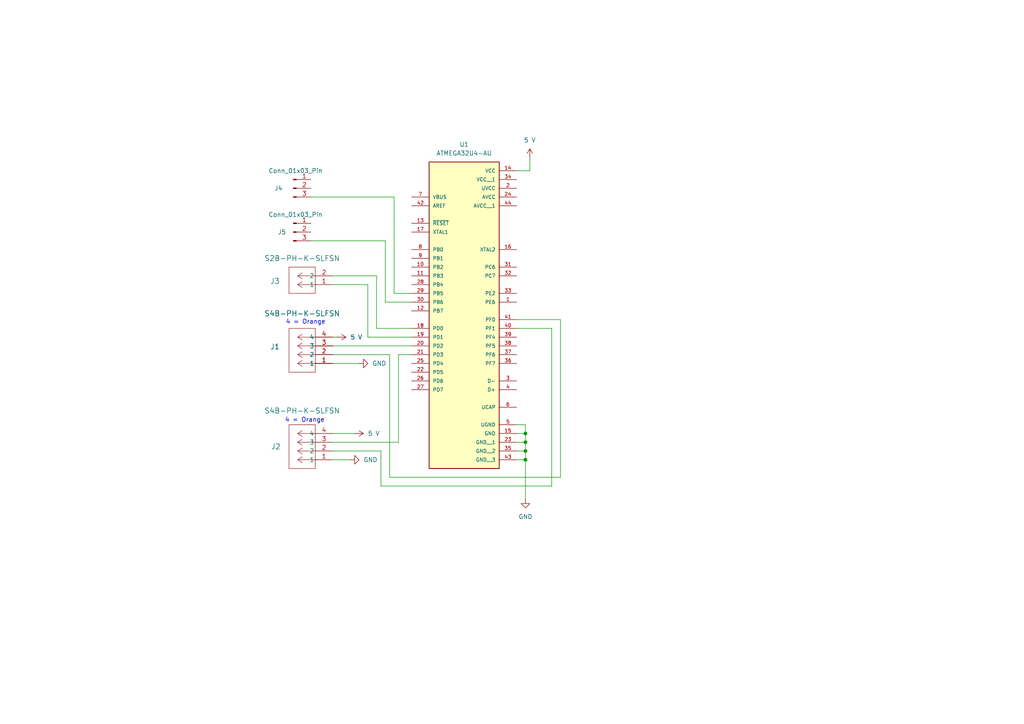
<source format=kicad_sch>
(kicad_sch (version 20231120) (generator "eeschema") (generator_version "8.0")
  (paper "A4")
  (lib_symbols
    (symbol "ATMEGA32U4-AU:ATMEGA32U4-AU" (pin_names (offset 1.016))
      (property "Reference" "U" (at -10.1752 39.4289 0))
      (property "Value" "ATMEGA32U4-AU" (at -10.1803 -54.6936 0))
      (symbol "ATMEGA32U4-AU_0_0"
        (rectangle (start -10.16 -50.8) (end 10.16 38.1) (stroke (width 0.254)) (fill (type background)))
        (pin bidirectional line (at 15.24 -2.54 180) (length 5.08) (name "PE6") (number "1"))
        (pin bidirectional line (at -15.24 7.62 0) (length 5.08) (name "PB2") (number "10"))
        (pin bidirectional line (at -15.24 5.08 0) (length 5.08) (name "PB3") (number "11"))
        (pin bidirectional line (at -15.24 -5.08 0) (length 5.08) (name "PB7") (number "12"))
        (pin input line (at -15.24 20.32 0) (length 5.08) (name "~{RESET}") (number "13"))
        (pin power_in line (at 15.24 35.56 180) (length 5.08) (name "VCC") (number "14"))
        (pin power_in line (at 15.24 -40.64 180) (length 5.08) (name "GND") (number "15"))
        (pin output line (at 15.24 12.7 180) (length 5.08) (name "XTAL2") (number "16"))
        (pin input line (at -15.24 17.78 0) (length 5.08) (name "XTAL1") (number "17"))
        (pin bidirectional line (at -15.24 -10.16 0) (length 5.08) (name "PD0") (number "18"))
        (pin bidirectional line (at -15.24 -12.7 0) (length 5.08) (name "PD1") (number "19"))
        (pin power_in line (at 15.24 30.48 180) (length 5.08) (name "UVCC") (number "2"))
        (pin bidirectional line (at -15.24 -15.24 0) (length 5.08) (name "PD2") (number "20"))
        (pin bidirectional line (at -15.24 -17.78 0) (length 5.08) (name "PD3") (number "21"))
        (pin bidirectional line (at -15.24 -22.86 0) (length 5.08) (name "PD5") (number "22"))
        (pin power_in line (at 15.24 -43.18 180) (length 5.08) (name "GND__1") (number "23"))
        (pin power_in line (at 15.24 27.94 180) (length 5.08) (name "AVCC") (number "24"))
        (pin bidirectional line (at -15.24 -20.32 0) (length 5.08) (name "PD4") (number "25"))
        (pin bidirectional line (at -15.24 -25.4 0) (length 5.08) (name "PD6") (number "26"))
        (pin bidirectional line (at -15.24 -27.94 0) (length 5.08) (name "PD7") (number "27"))
        (pin bidirectional line (at -15.24 2.54 0) (length 5.08) (name "PB4") (number "28"))
        (pin bidirectional line (at -15.24 0 0) (length 5.08) (name "PB5") (number "29"))
        (pin bidirectional line (at 15.24 -25.4 180) (length 5.08) (name "D-") (number "3"))
        (pin bidirectional line (at -15.24 -2.54 0) (length 5.08) (name "PB6") (number "30"))
        (pin bidirectional line (at 15.24 7.62 180) (length 5.08) (name "PC6") (number "31"))
        (pin bidirectional line (at 15.24 5.08 180) (length 5.08) (name "PC7") (number "32"))
        (pin bidirectional line (at 15.24 0 180) (length 5.08) (name "PE2") (number "33"))
        (pin power_in line (at 15.24 33.02 180) (length 5.08) (name "VCC__1") (number "34"))
        (pin power_in line (at 15.24 -45.72 180) (length 5.08) (name "GND__2") (number "35"))
        (pin bidirectional line (at 15.24 -20.32 180) (length 5.08) (name "PF7") (number "36"))
        (pin bidirectional line (at 15.24 -17.78 180) (length 5.08) (name "PF6") (number "37"))
        (pin bidirectional line (at 15.24 -15.24 180) (length 5.08) (name "PF5") (number "38"))
        (pin bidirectional line (at 15.24 -12.7 180) (length 5.08) (name "PF4") (number "39"))
        (pin bidirectional line (at 15.24 -27.94 180) (length 5.08) (name "D+") (number "4"))
        (pin bidirectional line (at 15.24 -10.16 180) (length 5.08) (name "PF1") (number "40"))
        (pin bidirectional line (at 15.24 -7.62 180) (length 5.08) (name "PF0") (number "41"))
        (pin input line (at -15.24 25.4 0) (length 5.08) (name "AREF") (number "42"))
        (pin power_in line (at 15.24 -48.26 180) (length 5.08) (name "GND__3") (number "43"))
        (pin power_in line (at 15.24 25.4 180) (length 5.08) (name "AVCC__1") (number "44"))
        (pin power_in line (at 15.24 -38.1 180) (length 5.08) (name "UGND") (number "5"))
        (pin passive line (at 15.24 -33.02 180) (length 5.08) (name "UCAP") (number "6"))
        (pin input line (at -15.24 27.94 0) (length 5.08) (name "VBUS") (number "7"))
        (pin bidirectional line (at -15.24 12.7 0) (length 5.08) (name "PB0") (number "8"))
        (pin bidirectional line (at -15.24 10.16 0) (length 5.08) (name "PB1") (number "9"))
      )
    )
    (symbol "Connector:Conn_01x03_Pin" (pin_names (offset 1.016) hide)
      (property "Reference" "J" (at 0 5.08 0))
      (property "Value" "Conn_01x03_Pin" (at 0 -5.08 0))
      (symbol "Conn_01x03_Pin_1_1"
        (polyline (pts (xy 1.27 -2.54) (xy 0.8636 -2.54)) (stroke (width 0.1524)))
        (polyline (pts (xy 1.27 0) (xy 0.8636 0)) (stroke (width 0.1524)))
        (polyline (pts (xy 1.27 2.54) (xy 0.8636 2.54)) (stroke (width 0.1524)))
        (rectangle (start 0.8636 -2.413) (end 0 -2.667) (stroke (width 0.1524)) (fill (type outline)))
        (rectangle (start 0.8636 0.127) (end 0 -0.127) (stroke (width 0.1524)) (fill (type outline)))
        (rectangle (start 0.8636 2.667) (end 0 2.413) (stroke (width 0.1524)) (fill (type outline)))
        (pin passive line (at 5.08 2.54 180) (length 3.81) (name "Pin_1") (number "1"))
        (pin passive line (at 5.08 0 180) (length 3.81) (name "Pin_2") (number "2"))
        (pin passive line (at 5.08 -2.54 180) (length 3.81) (name "Pin_3") (number "3"))
      )
    )
    (symbol "jst_ph_4pin_horizontal:S4B-PH-K-SLFSN" (pin_names (offset 0.254))
      (property "Reference" "J" (at 8.89 6.35 0))
      (property "Value" "S4B-PH-K-SLFSN" (at 0 0 0))
      (symbol "S4B-PH-K-SLFSN_1_1"
        (polyline (pts (xy 5.08 -10.16) (xy 12.7 -10.16)) (stroke (width 0.127)))
        (polyline (pts (xy 5.08 2.54) (xy 5.08 -10.16)) (stroke (width 0.127)))
        (polyline (pts (xy 10.16 -7.62) (xy 5.08 -7.62)) (stroke (width 0.127)))
        (polyline (pts (xy 10.16 -7.62) (xy 8.89 -8.4667)) (stroke (width 0.127)))
        (polyline (pts (xy 10.16 -7.62) (xy 8.89 -6.7733)) (stroke (width 0.127)))
        (polyline (pts (xy 10.16 -5.08) (xy 5.08 -5.08)) (stroke (width 0.127)))
        (polyline (pts (xy 10.16 -5.08) (xy 8.89 -5.9267)) (stroke (width 0.127)))
        (polyline (pts (xy 10.16 -5.08) (xy 8.89 -4.2333)) (stroke (width 0.127)))
        (polyline (pts (xy 10.16 -2.54) (xy 5.08 -2.54)) (stroke (width 0.127)))
        (polyline (pts (xy 10.16 -2.54) (xy 8.89 -3.3867)) (stroke (width 0.127)))
        (polyline (pts (xy 10.16 -2.54) (xy 8.89 -1.6933)) (stroke (width 0.127)))
        (polyline (pts (xy 10.16 0) (xy 5.08 0)) (stroke (width 0.127)))
        (polyline (pts (xy 10.16 0) (xy 8.89 -0.8467)) (stroke (width 0.127)))
        (polyline (pts (xy 10.16 0) (xy 8.89 0.8467)) (stroke (width 0.127)))
        (polyline (pts (xy 12.7 -10.16) (xy 12.7 2.54)) (stroke (width 0.127)))
        (polyline (pts (xy 12.7 2.54) (xy 5.08 2.54)) (stroke (width 0.127)))
        (pin unspecified line (at 0 0 0) (length 5.08) (name "1") (number "1"))
        (pin unspecified line (at 0 -2.54 0) (length 5.08) (name "2") (number "2"))
        (pin unspecified line (at 0 -5.08 0) (length 5.08) (name "3") (number "3"))
        (pin unspecified line (at 0 -7.62 0) (length 5.08) (name "4") (number "4"))
      )
      (symbol "S4B-PH-K-SLFSN_1_2"
        (polyline (pts (xy 5.08 -10.16) (xy 12.7 -10.16)) (stroke (width 0.127)))
        (polyline (pts (xy 5.08 2.54) (xy 5.08 -10.16)) (stroke (width 0.127)))
        (polyline (pts (xy 7.62 -7.62) (xy 5.08 -7.62)) (stroke (width 0.127)))
        (polyline (pts (xy 7.62 -7.62) (xy 8.89 -8.4667)) (stroke (width 0.127)))
        (polyline (pts (xy 7.62 -7.62) (xy 8.89 -6.7733)) (stroke (width 0.127)))
        (polyline (pts (xy 7.62 -5.08) (xy 5.08 -5.08)) (stroke (width 0.127)))
        (polyline (pts (xy 7.62 -5.08) (xy 8.89 -5.9267)) (stroke (width 0.127)))
        (polyline (pts (xy 7.62 -5.08) (xy 8.89 -4.2333)) (stroke (width 0.127)))
        (polyline (pts (xy 7.62 -2.54) (xy 5.08 -2.54)) (stroke (width 0.127)))
        (polyline (pts (xy 7.62 -2.54) (xy 8.89 -3.3867)) (stroke (width 0.127)))
        (polyline (pts (xy 7.62 -2.54) (xy 8.89 -1.6933)) (stroke (width 0.127)))
        (polyline (pts (xy 7.62 0) (xy 5.08 0)) (stroke (width 0.127)))
        (polyline (pts (xy 7.62 0) (xy 8.89 -0.8467)) (stroke (width 0.127)))
        (polyline (pts (xy 7.62 0) (xy 8.89 0.8467)) (stroke (width 0.127)))
        (polyline (pts (xy 12.7 -10.16) (xy 12.7 2.54)) (stroke (width 0.127)))
        (polyline (pts (xy 12.7 2.54) (xy 5.08 2.54)) (stroke (width 0.127)))
        (pin unspecified line (at 0 0 0) (length 5.08) (name "1") (number "1"))
        (pin unspecified line (at 0 -2.54 0) (length 5.08) (name "2") (number "2"))
        (pin unspecified line (at 0 -5.08 0) (length 5.08) (name "3") (number "3"))
        (pin unspecified line (at 0 -7.62 0) (length 5.08) (name "4") (number "4"))
      )
    )
    (symbol "jxt_ph_2pin_horizontal:S2B-PH-K-SLFSN" (pin_names (offset 0.254))
      (property "Reference" "J" (at 8.89 6.35 0))
      (property "Value" "S2B-PH-K-SLFSN" (at 0 0 0))
      (symbol "S2B-PH-K-SLFSN_1_1"
        (polyline (pts (xy 5.08 -5.08) (xy 12.7 -5.08)) (stroke (width 0.127)))
        (polyline (pts (xy 5.08 2.54) (xy 5.08 -5.08)) (stroke (width 0.127)))
        (polyline (pts (xy 10.16 -2.54) (xy 5.08 -2.54)) (stroke (width 0.127)))
        (polyline (pts (xy 10.16 -2.54) (xy 8.89 -3.3867)) (stroke (width 0.127)))
        (polyline (pts (xy 10.16 -2.54) (xy 8.89 -1.6933)) (stroke (width 0.127)))
        (polyline (pts (xy 10.16 0) (xy 5.08 0)) (stroke (width 0.127)))
        (polyline (pts (xy 10.16 0) (xy 8.89 -0.8467)) (stroke (width 0.127)))
        (polyline (pts (xy 10.16 0) (xy 8.89 0.8467)) (stroke (width 0.127)))
        (polyline (pts (xy 12.7 -5.08) (xy 12.7 2.54)) (stroke (width 0.127)))
        (polyline (pts (xy 12.7 2.54) (xy 5.08 2.54)) (stroke (width 0.127)))
        (pin unspecified line (at 0 0 0) (length 5.08) (name "1") (number "1"))
        (pin unspecified line (at 0 -2.54 0) (length 5.08) (name "2") (number "2"))
      )
      (symbol "S2B-PH-K-SLFSN_1_2"
        (polyline (pts (xy 5.08 -5.08) (xy 12.7 -5.08)) (stroke (width 0.127)))
        (polyline (pts (xy 5.08 2.54) (xy 5.08 -5.08)) (stroke (width 0.127)))
        (polyline (pts (xy 7.62 -2.54) (xy 5.08 -2.54)) (stroke (width 0.127)))
        (polyline (pts (xy 7.62 -2.54) (xy 8.89 -3.3867)) (stroke (width 0.127)))
        (polyline (pts (xy 7.62 -2.54) (xy 8.89 -1.6933)) (stroke (width 0.127)))
        (polyline (pts (xy 7.62 0) (xy 5.08 0)) (stroke (width 0.127)))
        (polyline (pts (xy 7.62 0) (xy 8.89 -0.8467)) (stroke (width 0.127)))
        (polyline (pts (xy 7.62 0) (xy 8.89 0.8467)) (stroke (width 0.127)))
        (polyline (pts (xy 12.7 -5.08) (xy 12.7 2.54)) (stroke (width 0.127)))
        (polyline (pts (xy 12.7 2.54) (xy 5.08 2.54)) (stroke (width 0.127)))
        (pin unspecified line (at 0 0 0) (length 5.08) (name "1") (number "1"))
        (pin unspecified line (at 0 -2.54 0) (length 5.08) (name "2") (number "2"))
      )
    )
    (symbol "power:GND" (power) (pin_numbers hide) (pin_names (offset 0) hide)
      (property "Value" "GND" (at 0 -3.81 0))
      (symbol "GND_0_1"
        (polyline (pts (xy 0 0) (xy 0 -1.27) (xy 1.27 -1.27) (xy 0 -2.54) (xy -1.27 -1.27) (xy 0 -1.27)))
      )
      (symbol "GND_1_1"
        (pin power_in line (at 0 0 270) (length 0) (name "~") (number "1"))
      )
    )
    (symbol "power:VCC" (power) (pin_numbers hide) (pin_names (offset 0) hide)
      (property "Value" "VCC" (at 0 3.556 0))
      (symbol "VCC_0_1"
        (polyline (pts (xy -0.762 1.27) (xy 0 2.54)))
        (polyline (pts (xy 0 0) (xy 0 2.54)))
        (polyline (pts (xy 0 2.54) (xy 0.762 1.27)))
      )
      (symbol "VCC_1_1"
        (pin power_in line (at 0 0 90) (length 0) (name "~") (number "1"))
      )
    )
  )
  (junction (at 152.4 125.73))
  (junction (at 152.4 133.35))
  (junction (at 152.4 128.27))
  (junction (at 152.4 130.81))
  (wire (pts (xy 109.22 95.25) (xy 119.38 95.25)))
  (wire (pts (xy 119.38 85.09) (xy 114.3 85.09)))
  (wire (pts (xy 113.03 102.87) (xy 113.03 138.43)))
  (wire (pts (xy 152.4 128.27) (xy 152.4 125.73)))
  (wire (pts (xy 114.3 57.15) (xy 90.17 57.15)))
  (wire (pts (xy 96.52 80.01) (xy 109.22 80.01)))
  (wire (pts (xy 106.68 97.79) (xy 106.68 82.55)))
  (wire (pts (xy 115.57 128.27) (xy 115.57 102.87)))
  (wire (pts (xy 149.86 133.35) (xy 152.4 133.35)))
  (wire (pts (xy 149.86 49.53) (xy 153.67 49.53)))
  (wire (pts (xy 111.76 69.85) (xy 90.17 69.85)))
  (wire (pts (xy 96.52 97.79) (xy 97.79 97.79)))
  (wire (pts (xy 96.52 130.81) (xy 110.49 130.81)))
  (wire (pts (xy 111.76 87.63) (xy 111.76 69.85)))
  (wire (pts (xy 160.02 140.97) (xy 160.02 95.25)))
  (wire (pts (xy 96.52 102.87) (xy 113.03 102.87)))
  (wire (pts (xy 152.4 123.19) (xy 149.86 123.19)))
  (wire (pts (xy 149.86 130.81) (xy 152.4 130.81)))
  (wire (pts (xy 96.52 133.35) (xy 101.6 133.35)))
  (wire (pts (xy 119.38 97.79) (xy 106.68 97.79)))
  (wire (pts (xy 96.52 105.41) (xy 104.14 105.41)))
  (wire (pts (xy 152.4 130.81) (xy 152.4 128.27)))
  (wire (pts (xy 106.68 82.55) (xy 96.52 82.55)))
  (wire (pts (xy 160.02 95.25) (xy 149.86 95.25)))
  (wire (pts (xy 162.56 92.71) (xy 149.86 92.71)))
  (wire (pts (xy 114.3 85.09) (xy 114.3 57.15)))
  (wire (pts (xy 152.4 125.73) (xy 152.4 123.19)))
  (wire (pts (xy 153.67 45.72) (xy 153.67 49.53)))
  (wire (pts (xy 96.52 128.27) (xy 115.57 128.27)))
  (wire (pts (xy 162.56 138.43) (xy 162.56 92.71)))
  (wire (pts (xy 152.4 133.35) (xy 152.4 130.81)))
  (wire (pts (xy 152.4 144.78) (xy 152.4 133.35)))
  (wire (pts (xy 96.52 100.33) (xy 119.38 100.33)))
  (wire (pts (xy 149.86 128.27) (xy 152.4 128.27)))
  (wire (pts (xy 110.49 140.97) (xy 160.02 140.97)))
  (wire (pts (xy 109.22 80.01) (xy 109.22 95.25)))
  (wire (pts (xy 149.86 125.73) (xy 152.4 125.73)))
  (wire (pts (xy 115.57 102.87) (xy 119.38 102.87)))
  (wire (pts (xy 110.49 130.81) (xy 110.49 140.97)))
  (wire (pts (xy 96.52 125.73) (xy 102.87 125.73)))
  (wire (pts (xy 119.38 87.63) (xy 111.76 87.63)))
  (wire (pts (xy 113.03 138.43) (xy 162.56 138.43)))
  (text "4 = Orange\n" (at 88.646 93.472 0) (effects (font (size 1.27 1.27))))
  (text "4 = Orange\n" (at 88.392 121.92 0) (effects (font (size 1.27 1.27))))
  (symbol (lib_id "power:VCC") (at 153.67 45.72 0) (unit 1)
    (property "Reference" "#PWR01" (effects (hide yes)))
    (property "Value" "5 V" (at 153.67 40.64 0))
    (property "Description" "Power symbol creates a global label with name \"VCC\"" (effects (hide yes)))
  )
  (symbol (lib_id "Connector:Conn_01x03_Pin") (at 85.09 54.61 0) (unit 1)
    (property "Reference" "J4" (at 80.772 54.61 0))
    (property "Value" "Conn_01x03_Pin" (at 85.725 49.53 0))
    (property "Description" "Generic connector, single row, 01x03, script generated" (effects (hide yes)))
  )
  (symbol (lib_id "power:GND") (at 104.14 105.41 90) (unit 1)
    (property "Reference" "#PWR05" (effects (hide yes)))
    (property "Value" "GND" (at 107.95 105.4099 90) (effects (justify right)))
    (property "Description" "Power symbol creates a global label with name \"GND\" , ground" (effects (hide yes)))
  )
  (symbol (lib_id "power:VCC") (at 97.79 97.79 270) (unit 1)
    (property "Reference" "#PWR02" (effects (hide yes)))
    (property "Value" "5 V" (at 101.6 97.7901 90) (effects (justify left)))
    (property "Description" "Power symbol creates a global label with name \"VCC\"" (effects (hide yes)))
  )
  (symbol (lib_id "jst_ph_4pin_horizontal:S4B-PH-K-SLFSN") (at 96.52 133.35 180) (unit 1)
    (property "Reference" "J2" (at 80.01 129.54 0) (effects (font (size 1.524 1.524))))
    (property "Value" "S4B-PH-K-SLFSN" (at 87.63 119.126 0) (effects (font (size 1.524 1.524))))
    (property "Footprint" "CONN_S4B-PH-K-S_JST" (effects (hide yes)))
    (property "Datasheet" "S4B-PH-K-SLFSN" (effects (hide yes)))
  )
  (symbol (lib_id "Connector:Conn_01x03_Pin") (at 85.09 67.31 0) (unit 1)
    (property "Reference" "J5" (at 81.788 67.31 0))
    (property "Value" "Conn_01x03_Pin" (at 85.725 62.23 0))
    (property "Description" "Generic connector, single row, 01x03, script generated" (effects (hide yes)))
  )
  (symbol (lib_id "jst_ph_4pin_horizontal:S4B-PH-K-SLFSN") (at 96.52 105.41 180) (unit 1)
    (property "Reference" "J1" (at 79.756 100.584 0) (effects (font (size 1.524 1.524))))
    (property "Value" "S4B-PH-K-SLFSN" (at 87.63 90.932 0) (effects (font (size 1.524 1.524))))
    (property "Footprint" "CONN_S4B-PH-K-S_JST" (effects (hide yes)))
    (property "Datasheet" "S4B-PH-K-SLFSN" (effects (hide yes)))
  )
  (symbol (lib_id "jxt_ph_2pin_horizontal:S2B-PH-K-SLFSN") (at 96.52 82.55 180) (unit 1)
    (property "Reference" "J3" (at 79.756 81.534 0) (effects (font (size 1.524 1.524))))
    (property "Value" "S2B-PH-K-SLFSN" (at 87.63 74.93 0) (effects (font (size 1.524 1.524))))
    (property "Footprint" "CONN_S2B-PH-K-S_JST" (effects (hide yes)))
    (property "Datasheet" "S2B-PH-K-SLFSN" (effects (hide yes)))
  )
  (symbol (lib_id "ATMEGA32U4-AU:ATMEGA32U4-AU") (at 134.62 85.09 0) (unit 1)
    (property "Reference" "U1" (at 134.62 41.91 0))
    (property "Value" "ATMEGA32U4-AU" (at 134.62 44.45 0))
    (property "Footprint" "Footprints2:QFP80P1200X1200X120-44N" (effects (hide yes)))
    (property "MANUFACTURER" "Atmel" (effects (hide yes)))
  )
  (symbol (lib_id "power:VCC") (at 102.87 125.73 270) (unit 1)
    (property "Reference" "#PWR03" (effects (hide yes)))
    (property "Value" "5 V" (at 106.68 125.7301 90) (effects (justify left)))
    (property "Description" "Power symbol creates a global label with name \"VCC\"" (effects (hide yes)))
  )
  (symbol (lib_id "power:GND") (at 152.4 144.78 0) (unit 1)
    (property "Reference" "#PWR04" (effects (hide yes)))
    (property "Value" "GND" (at 152.4 149.86 0))
    (property "Description" "Power symbol creates a global label with name \"GND\" , ground" (effects (hide yes)))
  )
  (symbol (lib_id "power:GND") (at 101.6 133.35 90) (unit 1)
    (property "Reference" "#PWR06" (effects (hide yes)))
    (property "Value" "GND" (at 105.41 133.3499 90) (effects (justify right)))
    (property "Description" "Power symbol creates a global label with name \"GND\" , ground" (effects (hide yes)))
  )
)
</source>
